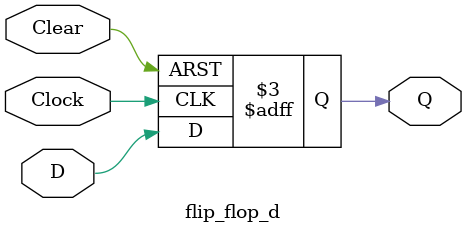
<source format=v>
module flip_flop_d (
	input D, Clock, Clear,
	output reg Q);
	
always @(posedge Clock, negedge Clear)
begin
	if(Clear == 1'b0) Q <= 1'b0;
	else if (Clock) Q <= D;
end

endmodule

</source>
